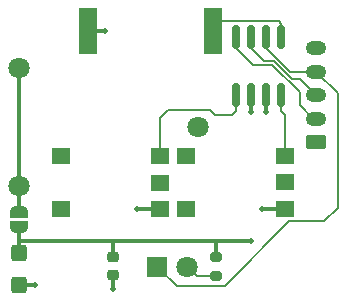
<source format=gbr>
G04 #@! TF.GenerationSoftware,KiCad,Pcbnew,7.0.11-7.0.11~ubuntu22.04.1*
G04 #@! TF.CreationDate,2024-04-10T19:00:30+01:00*
G04 #@! TF.ProjectId,KitchenTimer,4b697463-6865-46e5-9469-6d65722e6b69,rev?*
G04 #@! TF.SameCoordinates,PX44794c0PY22243c0*
G04 #@! TF.FileFunction,Copper,L1,Top*
G04 #@! TF.FilePolarity,Positive*
%FSLAX45Y45*%
G04 Gerber Fmt 4.5, Leading zero omitted, Abs format (unit mm)*
G04 Created by KiCad (PCBNEW 7.0.11-7.0.11~ubuntu22.04.1) date 2024-04-10 19:00:30*
%MOMM*%
%LPD*%
G01*
G04 APERTURE LIST*
G04 Aperture macros list*
%AMRoundRect*
0 Rectangle with rounded corners*
0 $1 Rounding radius*
0 $2 $3 $4 $5 $6 $7 $8 $9 X,Y pos of 4 corners*
0 Add a 4 corners polygon primitive as box body*
4,1,4,$2,$3,$4,$5,$6,$7,$8,$9,$2,$3,0*
0 Add four circle primitives for the rounded corners*
1,1,$1+$1,$2,$3*
1,1,$1+$1,$4,$5*
1,1,$1+$1,$6,$7*
1,1,$1+$1,$8,$9*
0 Add four rect primitives between the rounded corners*
20,1,$1+$1,$2,$3,$4,$5,0*
20,1,$1+$1,$4,$5,$6,$7,0*
20,1,$1+$1,$6,$7,$8,$9,0*
20,1,$1+$1,$8,$9,$2,$3,0*%
%AMFreePoly0*
4,1,19,0.500000,-0.750000,0.000000,-0.750000,0.000000,-0.744911,-0.071157,-0.744911,-0.207708,-0.704816,-0.327430,-0.627875,-0.420627,-0.520320,-0.479746,-0.390866,-0.500000,-0.250000,-0.500000,0.250000,-0.479746,0.390866,-0.420627,0.520320,-0.327430,0.627875,-0.207708,0.704816,-0.071157,0.744911,0.000000,0.744911,0.000000,0.750000,0.500000,0.750000,0.500000,-0.750000,0.500000,-0.750000,
$1*%
%AMFreePoly1*
4,1,19,0.000000,0.744911,0.071157,0.744911,0.207708,0.704816,0.327430,0.627875,0.420627,0.520320,0.479746,0.390866,0.500000,0.250000,0.500000,-0.250000,0.479746,-0.390866,0.420627,-0.520320,0.327430,-0.627875,0.207708,-0.704816,0.071157,-0.744911,0.000000,-0.744911,0.000000,-0.750000,-0.500000,-0.750000,-0.500000,0.750000,0.000000,0.750000,0.000000,0.744911,0.000000,0.744911,
$1*%
G04 Aperture macros list end*
G04 #@! TA.AperFunction,SMDPad,CuDef*
%ADD10R,1.600000X1.400000*%
G04 #@! TD*
G04 #@! TA.AperFunction,SMDPad,CuDef*
%ADD11FreePoly0,270.000000*%
G04 #@! TD*
G04 #@! TA.AperFunction,SMDPad,CuDef*
%ADD12FreePoly1,270.000000*%
G04 #@! TD*
G04 #@! TA.AperFunction,ComponentPad*
%ADD13R,1.800000X1.800000*%
G04 #@! TD*
G04 #@! TA.AperFunction,ComponentPad*
%ADD14C,1.800000*%
G04 #@! TD*
G04 #@! TA.AperFunction,SMDPad,CuDef*
%ADD15RoundRect,0.200000X0.275000X-0.200000X0.275000X0.200000X-0.275000X0.200000X-0.275000X-0.200000X0*%
G04 #@! TD*
G04 #@! TA.AperFunction,SMDPad,CuDef*
%ADD16RoundRect,0.225000X0.250000X-0.225000X0.250000X0.225000X-0.250000X0.225000X-0.250000X-0.225000X0*%
G04 #@! TD*
G04 #@! TA.AperFunction,SMDPad,CuDef*
%ADD17RoundRect,0.250000X-0.425000X0.450000X-0.425000X-0.450000X0.425000X-0.450000X0.425000X0.450000X0*%
G04 #@! TD*
G04 #@! TA.AperFunction,SMDPad,CuDef*
%ADD18R,1.500000X4.000000*%
G04 #@! TD*
G04 #@! TA.AperFunction,SMDPad,CuDef*
%ADD19RoundRect,0.150000X0.150000X-0.825000X0.150000X0.825000X-0.150000X0.825000X-0.150000X-0.825000X0*%
G04 #@! TD*
G04 #@! TA.AperFunction,ComponentPad*
%ADD20RoundRect,0.250000X0.625000X-0.350000X0.625000X0.350000X-0.625000X0.350000X-0.625000X-0.350000X0*%
G04 #@! TD*
G04 #@! TA.AperFunction,ComponentPad*
%ADD21O,1.750000X1.200000*%
G04 #@! TD*
G04 #@! TA.AperFunction,ViaPad*
%ADD22C,0.500000*%
G04 #@! TD*
G04 #@! TA.AperFunction,Conductor*
%ADD23C,0.300000*%
G04 #@! TD*
G04 #@! TA.AperFunction,Conductor*
%ADD24C,0.150000*%
G04 #@! TD*
G04 APERTURE END LIST*
D10*
X2402500Y-2140000D03*
X2402500Y-1690000D03*
X1562500Y-2140000D03*
X1562500Y-1690000D03*
X2402500Y-1915000D03*
D11*
X148000Y-2164000D03*
D12*
X148000Y-2294000D03*
D13*
X1323000Y-2628000D03*
D14*
X1577000Y-2628000D03*
D15*
X1816000Y-2710500D03*
X1816000Y-2545500D03*
D16*
X945000Y-2703000D03*
X945000Y-2548000D03*
D17*
X148000Y-2511000D03*
X148000Y-2781000D03*
D18*
X1790000Y-630000D03*
X735000Y-630000D03*
D10*
X1344500Y-2143000D03*
X1344500Y-1693000D03*
X504500Y-2143000D03*
X504500Y-1693000D03*
X1344500Y-1918000D03*
D19*
X1989500Y-1177500D03*
X2116500Y-1177500D03*
X2243500Y-1177500D03*
X2370500Y-1177500D03*
X2370500Y-682500D03*
X2243500Y-682500D03*
X2116500Y-682500D03*
X1989500Y-682500D03*
D20*
X2668000Y-1578000D03*
D21*
X2668000Y-1378000D03*
X2668000Y-1178000D03*
X2668000Y-978000D03*
X2668000Y-778000D03*
D14*
X150000Y-950000D03*
X150000Y-1950000D03*
X1670000Y-1450000D03*
D22*
X1148000Y-2143000D03*
X284000Y-2783000D03*
X875000Y-630000D03*
X944000Y-2818000D03*
X2212000Y-2140000D03*
X2243500Y-1318000D03*
X2118000Y-2408000D03*
X2116500Y-1319000D03*
D23*
X945000Y-2817000D02*
X944000Y-2818000D01*
X148000Y-2781000D02*
X282000Y-2781000D01*
X945000Y-2703000D02*
X945000Y-2817000D01*
X282000Y-2781000D02*
X284000Y-2783000D01*
X2243500Y-1177500D02*
X2243500Y-1318000D01*
X2211000Y-2141000D02*
X2212000Y-2140000D01*
X735000Y-630000D02*
X875000Y-630000D01*
X2402500Y-2140000D02*
X2212000Y-2140000D01*
X1344500Y-2143000D02*
X1148000Y-2143000D01*
X2118000Y-2408000D02*
X1759000Y-2408000D01*
X148000Y-2294000D02*
X148000Y-2511000D01*
X1816000Y-2545500D02*
X1816000Y-2418000D01*
X944000Y-2408000D02*
X148000Y-2408000D01*
X945000Y-2409000D02*
X944000Y-2408000D01*
X2116500Y-1319000D02*
X2116500Y-1177500D01*
X945000Y-2548000D02*
X945000Y-2409000D01*
X148000Y-2408000D02*
X148000Y-2511000D01*
X1759000Y-2408000D02*
X944000Y-2408000D01*
D24*
X2370500Y-682500D02*
X2370500Y-575500D01*
X2348000Y-553000D02*
X1867000Y-553000D01*
X1867000Y-553000D02*
X1790000Y-630000D01*
X2370500Y-575500D02*
X2348000Y-553000D01*
X1577000Y-2628000D02*
X1659500Y-2710500D01*
X1659500Y-2710500D02*
X1816000Y-2710500D01*
X2243500Y-682500D02*
X2243500Y-780000D01*
X2441500Y-978000D02*
X2668000Y-978000D01*
X2736000Y-2246000D02*
X2852000Y-2130000D01*
X2243500Y-780000D02*
X2441500Y-978000D01*
X1323000Y-2628000D02*
X1485000Y-2790000D01*
X2852000Y-1162000D02*
X2668000Y-978000D01*
X1893000Y-2790000D02*
X2437000Y-2246000D01*
X2852000Y-2130000D02*
X2852000Y-1162000D01*
X2437000Y-2246000D02*
X2736000Y-2246000D01*
X1485000Y-2790000D02*
X1893000Y-2790000D01*
X2227500Y-891000D02*
X2307426Y-891000D01*
X2460000Y-1043574D02*
X2533574Y-1043574D01*
X2116500Y-682500D02*
X2116500Y-780000D01*
X2307426Y-891000D02*
X2460000Y-1043574D01*
X2533574Y-1043574D02*
X2668000Y-1178000D01*
X2116500Y-780000D02*
X2227500Y-891000D01*
D23*
X150000Y-1950000D02*
X150000Y-950000D01*
X150000Y-2162000D02*
X148000Y-2164000D01*
X150000Y-1950000D02*
X150000Y-2162000D01*
D24*
X2640500Y-1378000D02*
X2668000Y-1378000D01*
X1989500Y-682500D02*
X1989500Y-780000D01*
X2526000Y-1152000D02*
X2526000Y-1263500D01*
X2295000Y-921000D02*
X2526000Y-1152000D01*
X2526000Y-1263500D02*
X2640500Y-1378000D01*
X1989500Y-780000D02*
X2130500Y-921000D01*
X2130500Y-921000D02*
X2295000Y-921000D01*
X1344500Y-1372500D02*
X1344500Y-1693000D01*
X1412000Y-1305000D02*
X1344500Y-1372500D01*
X1989500Y-1177500D02*
X1989500Y-1310500D01*
X1958000Y-1342000D02*
X1808000Y-1342000D01*
X1989500Y-1310500D02*
X1958000Y-1342000D01*
X1808000Y-1342000D02*
X1771000Y-1305000D01*
X1771000Y-1305000D02*
X1412000Y-1305000D01*
X2370500Y-1315500D02*
X2402500Y-1347500D01*
X2370500Y-1177500D02*
X2370500Y-1315500D01*
X2402500Y-1347500D02*
X2402500Y-1690000D01*
M02*

</source>
